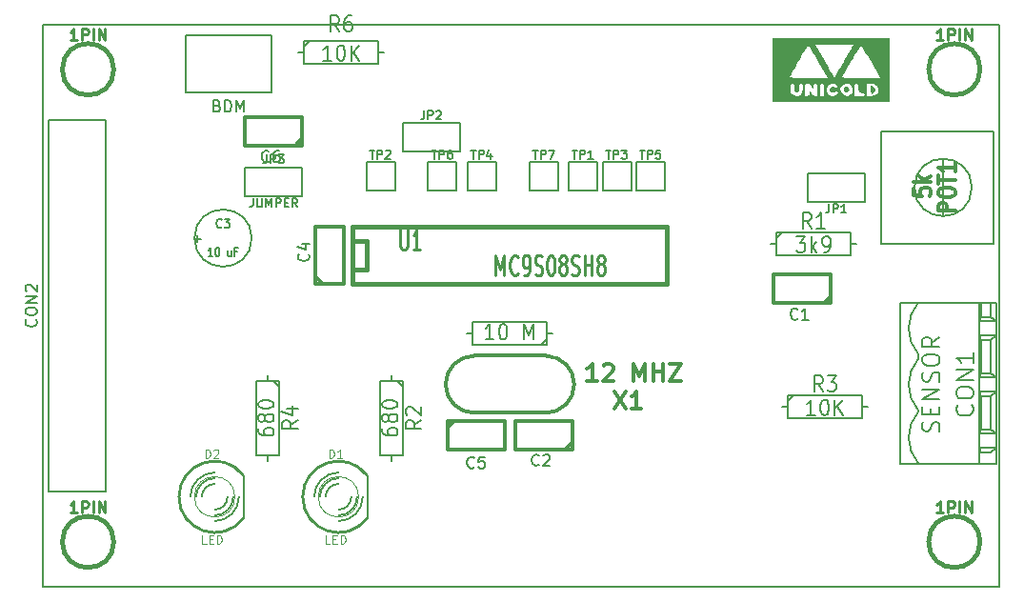
<source format=gto>
G04 (created by PCBNEW (2013-mar-13)-testing) date dom 25 ago 2013 18:51:32 ART*
%MOIN*%
G04 Gerber Fmt 3.4, Leading zero omitted, Abs format*
%FSLAX34Y34*%
G01*
G70*
G90*
G04 APERTURE LIST*
%ADD10C,0.003937*%
%ADD11C,0.005906*%
%ADD12C,0.000100*%
%ADD13C,0.015000*%
%ADD14C,0.012000*%
%ADD15C,0.005000*%
%ADD16C,0.008000*%
%ADD17C,0.003000*%
%ADD18C,0.010000*%
%ADD19C,0.006000*%
%ADD20C,0.012500*%
%ADD21C,0.003500*%
%ADD22C,0.011250*%
%ADD23C,0.007500*%
G04 APERTURE END LIST*
G54D10*
G54D11*
X31496Y-40944D02*
X31496Y-60629D01*
X64960Y-40944D02*
X31496Y-40944D01*
X64960Y-60629D02*
X64960Y-40944D01*
X31496Y-60629D02*
X64960Y-60629D01*
G54D12*
G36*
X61122Y-43652D02*
X60792Y-43652D01*
X60792Y-42819D01*
X60682Y-42626D01*
X60514Y-42333D01*
X60376Y-42097D01*
X60269Y-41916D01*
X60191Y-41789D01*
X60140Y-41712D01*
X60116Y-41686D01*
X60095Y-41713D01*
X60046Y-41787D01*
X59978Y-41897D01*
X59895Y-42033D01*
X59844Y-42118D01*
X59844Y-41664D01*
X59844Y-41663D01*
X59808Y-41660D01*
X59716Y-41657D01*
X59578Y-41657D01*
X59405Y-41657D01*
X59206Y-41659D01*
X59177Y-41659D01*
X58524Y-41669D01*
X58848Y-42226D01*
X58949Y-42399D01*
X59039Y-42550D01*
X59113Y-42670D01*
X59166Y-42751D01*
X59191Y-42784D01*
X59192Y-42785D01*
X59214Y-42757D01*
X59264Y-42681D01*
X59336Y-42565D01*
X59425Y-42417D01*
X59525Y-42246D01*
X59534Y-42231D01*
X59634Y-42058D01*
X59719Y-41906D01*
X59786Y-41784D01*
X59829Y-41700D01*
X59844Y-41664D01*
X59844Y-42118D01*
X59805Y-42184D01*
X59713Y-42339D01*
X59626Y-42488D01*
X59551Y-42619D01*
X59494Y-42722D01*
X59461Y-42786D01*
X59455Y-42801D01*
X59487Y-42806D01*
X59575Y-42811D01*
X59710Y-42815D01*
X59882Y-42817D01*
X60081Y-42818D01*
X60123Y-42819D01*
X60792Y-42819D01*
X60792Y-43652D01*
X60718Y-43652D01*
X60718Y-43206D01*
X60686Y-43105D01*
X60666Y-43079D01*
X60582Y-43031D01*
X60466Y-43019D01*
X60322Y-43019D01*
X60322Y-43235D01*
X60322Y-43452D01*
X60461Y-43452D01*
X60576Y-43437D01*
X60658Y-43398D01*
X60661Y-43397D01*
X60709Y-43313D01*
X60718Y-43206D01*
X60718Y-43652D01*
X60255Y-43652D01*
X60255Y-43404D01*
X60224Y-43365D01*
X60147Y-43346D01*
X60081Y-43335D01*
X60047Y-43307D01*
X60033Y-43242D01*
X60028Y-43177D01*
X60017Y-43079D01*
X59996Y-43031D01*
X59956Y-43019D01*
X59953Y-43019D01*
X59918Y-43026D01*
X59898Y-43057D01*
X59890Y-43128D01*
X59888Y-43235D01*
X59888Y-43452D01*
X60072Y-43452D01*
X60184Y-43447D01*
X60241Y-43430D01*
X60255Y-43404D01*
X60255Y-43652D01*
X59820Y-43652D01*
X59820Y-43209D01*
X59796Y-43109D01*
X59769Y-43071D01*
X59684Y-43026D01*
X59583Y-43026D01*
X59486Y-43063D01*
X59414Y-43130D01*
X59388Y-43214D01*
X59408Y-43283D01*
X59456Y-43362D01*
X59457Y-43364D01*
X59548Y-43435D01*
X59654Y-43449D01*
X59754Y-43403D01*
X59761Y-43397D01*
X59808Y-43315D01*
X59820Y-43209D01*
X59820Y-43652D01*
X59322Y-43652D01*
X59322Y-43313D01*
X59296Y-43289D01*
X59238Y-43289D01*
X59178Y-43312D01*
X59161Y-43325D01*
X59111Y-43342D01*
X59063Y-43311D01*
X59034Y-43251D01*
X59037Y-43189D01*
X59076Y-43139D01*
X59134Y-43118D01*
X59183Y-43133D01*
X59194Y-43151D01*
X59226Y-43165D01*
X59253Y-43153D01*
X59283Y-43120D01*
X59260Y-43075D01*
X59257Y-43071D01*
X59182Y-43027D01*
X59085Y-43025D01*
X58995Y-43064D01*
X58972Y-43084D01*
X58950Y-43124D01*
X58950Y-42819D01*
X58616Y-42244D01*
X58514Y-42068D01*
X58424Y-41913D01*
X58351Y-41788D01*
X58300Y-41702D01*
X58276Y-41663D01*
X58275Y-41662D01*
X58257Y-41686D01*
X58213Y-41758D01*
X58148Y-41866D01*
X58068Y-42000D01*
X57981Y-42150D01*
X57892Y-42303D01*
X57807Y-42451D01*
X57733Y-42581D01*
X57676Y-42684D01*
X57642Y-42748D01*
X57637Y-42760D01*
X57633Y-42780D01*
X57645Y-42795D01*
X57681Y-42805D01*
X57749Y-42812D01*
X57858Y-42816D01*
X58015Y-42818D01*
X58228Y-42818D01*
X58282Y-42819D01*
X58950Y-42819D01*
X58950Y-43124D01*
X58920Y-43180D01*
X58919Y-43276D01*
X58958Y-43362D01*
X59027Y-43424D01*
X59115Y-43452D01*
X59209Y-43432D01*
X59261Y-43397D01*
X59308Y-43344D01*
X59322Y-43313D01*
X59322Y-43652D01*
X59072Y-43652D01*
X58822Y-43652D01*
X58822Y-43235D01*
X58819Y-43118D01*
X58810Y-43053D01*
X58789Y-43024D01*
X58755Y-43019D01*
X58719Y-43025D01*
X58699Y-43055D01*
X58690Y-43123D01*
X58688Y-43235D01*
X58690Y-43352D01*
X58699Y-43418D01*
X58720Y-43446D01*
X58755Y-43452D01*
X58791Y-43445D01*
X58811Y-43415D01*
X58820Y-43347D01*
X58822Y-43235D01*
X58822Y-43652D01*
X58588Y-43652D01*
X58588Y-43235D01*
X58586Y-43118D01*
X58577Y-43053D01*
X58556Y-43024D01*
X58522Y-43019D01*
X58474Y-43033D01*
X58456Y-43088D01*
X58454Y-43127D01*
X58454Y-43235D01*
X58384Y-43127D01*
X58306Y-43041D01*
X58235Y-43019D01*
X58192Y-43023D01*
X58168Y-43045D01*
X58157Y-43102D01*
X58155Y-43206D01*
X58155Y-43235D01*
X58156Y-43352D01*
X58165Y-43417D01*
X58185Y-43445D01*
X58225Y-43452D01*
X58238Y-43452D01*
X58300Y-43439D01*
X58321Y-43389D01*
X58323Y-43360D01*
X58324Y-43269D01*
X58392Y-43360D01*
X58456Y-43423D01*
X58520Y-43452D01*
X58524Y-43452D01*
X58559Y-43444D01*
X58578Y-43412D01*
X58587Y-43340D01*
X58588Y-43235D01*
X58588Y-43652D01*
X58088Y-43652D01*
X58088Y-43210D01*
X58088Y-43180D01*
X58084Y-43082D01*
X58069Y-43034D01*
X58034Y-43019D01*
X58022Y-43019D01*
X57977Y-43031D01*
X57958Y-43079D01*
X57954Y-43144D01*
X57941Y-43267D01*
X57904Y-43335D01*
X57845Y-43342D01*
X57842Y-43341D01*
X57805Y-43301D01*
X57789Y-43212D01*
X57788Y-43170D01*
X57784Y-43075D01*
X57766Y-43031D01*
X57727Y-43019D01*
X57722Y-43019D01*
X57681Y-43027D01*
X57661Y-43065D01*
X57655Y-43148D01*
X57655Y-43183D01*
X57668Y-43315D01*
X57704Y-43396D01*
X57707Y-43399D01*
X57791Y-43442D01*
X57898Y-43448D01*
X57998Y-43418D01*
X58027Y-43397D01*
X58071Y-43326D01*
X58088Y-43210D01*
X58088Y-43652D01*
X57022Y-43652D01*
X57022Y-42535D01*
X57022Y-41419D01*
X59072Y-41419D01*
X61122Y-41419D01*
X61122Y-42535D01*
X61122Y-43652D01*
X61122Y-43652D01*
X61122Y-43652D01*
G37*
G36*
X59713Y-43240D02*
X59702Y-43275D01*
X59644Y-43336D01*
X59585Y-43331D01*
X59562Y-43312D01*
X59526Y-43243D01*
X59532Y-43172D01*
X59574Y-43130D01*
X59640Y-43132D01*
X59693Y-43177D01*
X59713Y-43240D01*
X59713Y-43240D01*
X59713Y-43240D01*
G37*
G36*
X60613Y-43261D02*
X60569Y-43333D01*
X60509Y-43379D01*
X60473Y-43367D01*
X60457Y-43296D01*
X60455Y-43235D01*
X60458Y-43137D01*
X60472Y-43095D01*
X60509Y-43096D01*
X60557Y-43120D01*
X60612Y-43180D01*
X60613Y-43261D01*
X60613Y-43261D01*
X60613Y-43261D01*
G37*
G54D13*
X64285Y-42519D02*
G75*
G03X64285Y-42519I-900J0D01*
G74*
G01*
G54D11*
X62992Y-47637D02*
X62992Y-45669D01*
X63995Y-46653D02*
G75*
G03X63995Y-46653I-1003J0D01*
G74*
G01*
X62795Y-44685D02*
X60826Y-44685D01*
X60826Y-44685D02*
X60826Y-48622D01*
X60826Y-48622D02*
X64763Y-48622D01*
X64763Y-48622D02*
X64763Y-44685D01*
X64763Y-44685D02*
X62795Y-44685D01*
G54D14*
X59050Y-50696D02*
X57070Y-50696D01*
X57070Y-50696D02*
X57070Y-49696D01*
X57070Y-49696D02*
X59070Y-49696D01*
X59070Y-49696D02*
X59070Y-50696D01*
X59070Y-50446D02*
X58820Y-50696D01*
X49995Y-55814D02*
X48015Y-55814D01*
X48015Y-55814D02*
X48015Y-54814D01*
X48015Y-54814D02*
X50015Y-54814D01*
X50015Y-54814D02*
X50015Y-55814D01*
X50015Y-55564D02*
X49765Y-55814D01*
X41035Y-49995D02*
X41035Y-48015D01*
X41035Y-48015D02*
X42035Y-48015D01*
X42035Y-48015D02*
X42035Y-50015D01*
X42035Y-50015D02*
X41035Y-50015D01*
X41285Y-50015D02*
X41035Y-49765D01*
X40546Y-45185D02*
X38566Y-45185D01*
X38566Y-45185D02*
X38566Y-44185D01*
X38566Y-44185D02*
X40566Y-44185D01*
X40566Y-44185D02*
X40566Y-45185D01*
X40566Y-44935D02*
X40316Y-45185D01*
G54D15*
X62125Y-54448D02*
X62125Y-54488D01*
X64842Y-56338D02*
X61496Y-56338D01*
X62124Y-54498D02*
G75*
G03X62124Y-56308I1042J-905D01*
G74*
G01*
X64328Y-55128D02*
X64249Y-55266D01*
X64328Y-55914D02*
X64249Y-55776D01*
X64328Y-55128D02*
X64328Y-54616D01*
X64840Y-55266D02*
X64249Y-55266D01*
X64840Y-55776D02*
X64249Y-55776D01*
X64249Y-55776D02*
X64249Y-55914D01*
X64249Y-55266D02*
X64249Y-56338D01*
X64249Y-55128D02*
X64249Y-55266D01*
X64643Y-55128D02*
X64643Y-54616D01*
X64840Y-55266D02*
X64840Y-56338D01*
X64840Y-54616D02*
X64840Y-55266D01*
X64643Y-55914D02*
X64328Y-55914D01*
X64840Y-55776D02*
X64643Y-55914D01*
X64643Y-55128D02*
X64840Y-55266D01*
X64328Y-55128D02*
X64643Y-55128D01*
X64249Y-55128D02*
X64249Y-54616D01*
X64840Y-50679D02*
X61494Y-50679D01*
X62124Y-52490D02*
X62124Y-52647D01*
X62124Y-52648D02*
G75*
G03X62124Y-54458I1042J-905D01*
G74*
G01*
X64328Y-53160D02*
X64249Y-53298D01*
X64328Y-53946D02*
X64249Y-53808D01*
X64328Y-53946D02*
X64328Y-54616D01*
X64328Y-53160D02*
X64328Y-52018D01*
X64840Y-53298D02*
X64249Y-53298D01*
X64840Y-53808D02*
X64249Y-53808D01*
X64249Y-53808D02*
X64249Y-53946D01*
X64249Y-53298D02*
X64249Y-53808D01*
X64249Y-53160D02*
X64249Y-53298D01*
X61494Y-56338D02*
X61494Y-50679D01*
X64643Y-53946D02*
X64643Y-54616D01*
X64643Y-53160D02*
X64643Y-52018D01*
X64840Y-53808D02*
X64840Y-54616D01*
X64840Y-53298D02*
X64840Y-53808D01*
X64840Y-52018D02*
X64840Y-53298D01*
X64643Y-53946D02*
X64328Y-53946D01*
X64840Y-53808D02*
X64643Y-53946D01*
X64643Y-53160D02*
X64840Y-53298D01*
X64328Y-53160D02*
X64643Y-53160D01*
X64249Y-53160D02*
X64249Y-52018D01*
X64249Y-53946D02*
X64249Y-54616D01*
X64249Y-51977D02*
X64249Y-53119D01*
X64249Y-51191D02*
X64249Y-50679D01*
X64328Y-51191D02*
X64643Y-51191D01*
X64643Y-51191D02*
X64840Y-51329D01*
X64840Y-51839D02*
X64643Y-51977D01*
X64643Y-51977D02*
X64328Y-51977D01*
X64840Y-50679D02*
X64840Y-51329D01*
X64840Y-51329D02*
X64840Y-51839D01*
X64840Y-51839D02*
X64840Y-53119D01*
X64643Y-51191D02*
X64643Y-50679D01*
X64643Y-51977D02*
X64643Y-53119D01*
X64249Y-51191D02*
X64249Y-51329D01*
X64249Y-51329D02*
X64249Y-51839D01*
X64249Y-51839D02*
X64249Y-51977D01*
X64840Y-51839D02*
X64249Y-51839D01*
X64840Y-51329D02*
X64249Y-51329D01*
X64328Y-51191D02*
X64328Y-50679D01*
X64328Y-51977D02*
X64328Y-53119D01*
X64328Y-51977D02*
X64249Y-51839D01*
X64328Y-51191D02*
X64249Y-51329D01*
X62124Y-50679D02*
G75*
G03X62124Y-52489I1042J-905D01*
G74*
G01*
G54D16*
X39492Y-43322D02*
X36492Y-43322D01*
X36492Y-41322D02*
X39492Y-41322D01*
X39492Y-41322D02*
X39492Y-43322D01*
X36492Y-43322D02*
X36492Y-41322D01*
X42852Y-58230D02*
X42852Y-56730D01*
G54D17*
X42539Y-57480D02*
G75*
G03X42539Y-57480I-707J0D01*
G74*
G01*
G54D18*
X42831Y-56729D02*
G75*
G03X42832Y-58230I-999J-751D01*
G74*
G01*
G54D19*
X41832Y-57030D02*
G75*
G03X41382Y-57480I0J-450D01*
G74*
G01*
X41832Y-57930D02*
G75*
G03X42282Y-57480I0J450D01*
G74*
G01*
X41832Y-56830D02*
G75*
G03X41182Y-57480I0J-650D01*
G74*
G01*
X41832Y-58130D02*
G75*
G03X42482Y-57480I0J650D01*
G74*
G01*
X41832Y-56630D02*
G75*
G03X40982Y-57480I0J-850D01*
G74*
G01*
X41832Y-58330D02*
G75*
G03X42682Y-57480I0J850D01*
G74*
G01*
G54D16*
X38521Y-58230D02*
X38521Y-56730D01*
G54D17*
X38208Y-57480D02*
G75*
G03X38208Y-57480I-707J0D01*
G74*
G01*
G54D18*
X38500Y-56729D02*
G75*
G03X38501Y-58230I-999J-751D01*
G74*
G01*
G54D19*
X37501Y-57030D02*
G75*
G03X37051Y-57480I0J-450D01*
G74*
G01*
X37501Y-57930D02*
G75*
G03X37951Y-57480I0J450D01*
G74*
G01*
X37501Y-56830D02*
G75*
G03X36851Y-57480I0J-650D01*
G74*
G01*
X37501Y-58130D02*
G75*
G03X38151Y-57480I0J650D01*
G74*
G01*
X37501Y-56630D02*
G75*
G03X36651Y-57480I0J-850D01*
G74*
G01*
X37501Y-58330D02*
G75*
G03X38351Y-57480I0J850D01*
G74*
G01*
X60251Y-46153D02*
X60251Y-47153D01*
X60251Y-47153D02*
X58251Y-47153D01*
X58251Y-47153D02*
X58251Y-46153D01*
X58251Y-46153D02*
X60251Y-46153D01*
X44078Y-45381D02*
X44078Y-44381D01*
X44078Y-44381D02*
X46078Y-44381D01*
X46078Y-44381D02*
X46078Y-45381D01*
X46078Y-45381D02*
X44078Y-45381D01*
X40566Y-45956D02*
X40566Y-46956D01*
X40566Y-46956D02*
X38566Y-46956D01*
X38566Y-46956D02*
X38566Y-45956D01*
X38566Y-45956D02*
X40566Y-45956D01*
G54D16*
X56964Y-48622D02*
X57164Y-48622D01*
X59964Y-48622D02*
X59764Y-48622D01*
X59764Y-48622D02*
X59764Y-48222D01*
X59764Y-48222D02*
X57164Y-48222D01*
X57164Y-48222D02*
X57164Y-49022D01*
X57164Y-49022D02*
X59764Y-49022D01*
X59764Y-49022D02*
X59764Y-48622D01*
X57164Y-48422D02*
X57364Y-48222D01*
X43700Y-53224D02*
X43700Y-53424D01*
X43700Y-56224D02*
X43700Y-56024D01*
X43700Y-56024D02*
X44100Y-56024D01*
X44100Y-56024D02*
X44100Y-53424D01*
X44100Y-53424D02*
X43300Y-53424D01*
X43300Y-53424D02*
X43300Y-56024D01*
X43300Y-56024D02*
X43700Y-56024D01*
X43900Y-53424D02*
X44100Y-53624D01*
X57358Y-54330D02*
X57558Y-54330D01*
X60358Y-54330D02*
X60158Y-54330D01*
X60158Y-54330D02*
X60158Y-53930D01*
X60158Y-53930D02*
X57558Y-53930D01*
X57558Y-53930D02*
X57558Y-54730D01*
X57558Y-54730D02*
X60158Y-54730D01*
X60158Y-54730D02*
X60158Y-54330D01*
X57558Y-54130D02*
X57758Y-53930D01*
X39370Y-53224D02*
X39370Y-53424D01*
X39370Y-56224D02*
X39370Y-56024D01*
X39370Y-56024D02*
X39770Y-56024D01*
X39770Y-56024D02*
X39770Y-53424D01*
X39770Y-53424D02*
X38970Y-53424D01*
X38970Y-53424D02*
X38970Y-56024D01*
X38970Y-56024D02*
X39370Y-56024D01*
X39570Y-53424D02*
X39770Y-53624D01*
X49334Y-51771D02*
X49134Y-51771D01*
X46334Y-51771D02*
X46534Y-51771D01*
X46534Y-51771D02*
X46534Y-52171D01*
X46534Y-52171D02*
X49134Y-52171D01*
X49134Y-52171D02*
X49134Y-51371D01*
X49134Y-51371D02*
X46534Y-51371D01*
X46534Y-51371D02*
X46534Y-51771D01*
X49134Y-51971D02*
X48934Y-52171D01*
X40429Y-41929D02*
X40629Y-41929D01*
X43429Y-41929D02*
X43229Y-41929D01*
X43229Y-41929D02*
X43229Y-41529D01*
X43229Y-41529D02*
X40629Y-41529D01*
X40629Y-41529D02*
X40629Y-42329D01*
X40629Y-42329D02*
X43229Y-42329D01*
X43229Y-42329D02*
X43229Y-41929D01*
X40629Y-41729D02*
X40829Y-41529D01*
G54D19*
X50893Y-46759D02*
X49893Y-46759D01*
X49893Y-45759D02*
X50893Y-45759D01*
X49893Y-46759D02*
X49893Y-45759D01*
X50893Y-45759D02*
X50893Y-46759D01*
X43807Y-46759D02*
X42807Y-46759D01*
X42807Y-45759D02*
X43807Y-45759D01*
X42807Y-46759D02*
X42807Y-45759D01*
X43807Y-45759D02*
X43807Y-46759D01*
X52074Y-46759D02*
X51074Y-46759D01*
X51074Y-45759D02*
X52074Y-45759D01*
X51074Y-46759D02*
X51074Y-45759D01*
X52074Y-45759D02*
X52074Y-46759D01*
X47350Y-46759D02*
X46350Y-46759D01*
X46350Y-45759D02*
X47350Y-45759D01*
X46350Y-46759D02*
X46350Y-45759D01*
X47350Y-45759D02*
X47350Y-46759D01*
X53255Y-46759D02*
X52255Y-46759D01*
X52255Y-45759D02*
X53255Y-45759D01*
X52255Y-46759D02*
X52255Y-45759D01*
X53255Y-45759D02*
X53255Y-46759D01*
X45972Y-46759D02*
X44972Y-46759D01*
X44972Y-45759D02*
X45972Y-45759D01*
X44972Y-46759D02*
X44972Y-45759D01*
X45972Y-45759D02*
X45972Y-46759D01*
X49515Y-46759D02*
X48515Y-46759D01*
X48515Y-45759D02*
X49515Y-45759D01*
X48515Y-46759D02*
X48515Y-45759D01*
X49515Y-45759D02*
X49515Y-46759D01*
G54D13*
X42334Y-48515D02*
X42834Y-48515D01*
X42834Y-48515D02*
X42834Y-49515D01*
X42834Y-49515D02*
X42334Y-49515D01*
X42334Y-48015D02*
X53334Y-48015D01*
X53334Y-48015D02*
X53334Y-50015D01*
X53334Y-50015D02*
X42334Y-50015D01*
X42334Y-50015D02*
X42334Y-48015D01*
G54D20*
X49084Y-52543D02*
X46584Y-52543D01*
X49084Y-54543D02*
X46584Y-54543D01*
X45584Y-53543D02*
G75*
G03X46584Y-54543I1000J0D01*
G74*
G01*
X46584Y-52543D02*
G75*
G03X45584Y-53543I0J-1000D01*
G74*
G01*
X49084Y-54543D02*
G75*
G03X50084Y-53543I0J1000D01*
G74*
G01*
X50084Y-53543D02*
G75*
G03X49084Y-52543I-1000J0D01*
G74*
G01*
G54D14*
X45673Y-54814D02*
X47653Y-54814D01*
X47653Y-54814D02*
X47653Y-55814D01*
X47653Y-55814D02*
X45653Y-55814D01*
X45653Y-55814D02*
X45653Y-54814D01*
X45653Y-55064D02*
X45903Y-54814D01*
G54D15*
X38796Y-48425D02*
G75*
G03X38796Y-48425I-1001J0D01*
G74*
G01*
G54D16*
X31677Y-44287D02*
X31677Y-57287D01*
X33677Y-57287D02*
X33677Y-44287D01*
X33677Y-44287D02*
X31677Y-44287D01*
X31677Y-57287D02*
X33677Y-57287D01*
G54D13*
X33970Y-59055D02*
G75*
G03X33970Y-59055I-900J0D01*
G74*
G01*
X33970Y-42519D02*
G75*
G03X33970Y-42519I-900J0D01*
G74*
G01*
X64285Y-59055D02*
G75*
G03X64285Y-59055I-900J0D01*
G74*
G01*
G54D18*
X62995Y-41500D02*
X62766Y-41500D01*
X62881Y-41500D02*
X62881Y-41100D01*
X62842Y-41157D01*
X62804Y-41195D01*
X62766Y-41214D01*
X63166Y-41500D02*
X63166Y-41100D01*
X63319Y-41100D01*
X63357Y-41119D01*
X63376Y-41138D01*
X63395Y-41176D01*
X63395Y-41233D01*
X63376Y-41272D01*
X63357Y-41291D01*
X63319Y-41310D01*
X63166Y-41310D01*
X63566Y-41500D02*
X63566Y-41100D01*
X63757Y-41500D02*
X63757Y-41100D01*
X63985Y-41500D01*
X63985Y-41100D01*
G54D14*
X63416Y-47474D02*
X62816Y-47474D01*
X62816Y-47284D01*
X62845Y-47236D01*
X62873Y-47213D01*
X62930Y-47189D01*
X63016Y-47189D01*
X63073Y-47213D01*
X63102Y-47236D01*
X63130Y-47284D01*
X63130Y-47474D01*
X62816Y-46879D02*
X62816Y-46784D01*
X62845Y-46736D01*
X62902Y-46689D01*
X63016Y-46665D01*
X63216Y-46665D01*
X63330Y-46689D01*
X63388Y-46736D01*
X63416Y-46784D01*
X63416Y-46879D01*
X63388Y-46927D01*
X63330Y-46974D01*
X63216Y-46998D01*
X63016Y-46998D01*
X62902Y-46974D01*
X62845Y-46927D01*
X62816Y-46879D01*
X62816Y-46522D02*
X62816Y-46236D01*
X63416Y-46379D02*
X62816Y-46379D01*
X63416Y-45808D02*
X63416Y-46094D01*
X63416Y-45951D02*
X62816Y-45951D01*
X62902Y-45998D01*
X62959Y-46046D01*
X62988Y-46094D01*
X61966Y-46686D02*
X61966Y-46924D01*
X62252Y-46948D01*
X62223Y-46924D01*
X62195Y-46877D01*
X62195Y-46758D01*
X62223Y-46710D01*
X62252Y-46686D01*
X62309Y-46663D01*
X62452Y-46663D01*
X62509Y-46686D01*
X62538Y-46710D01*
X62566Y-46758D01*
X62566Y-46877D01*
X62538Y-46924D01*
X62509Y-46948D01*
X62566Y-46448D02*
X61966Y-46448D01*
X62338Y-46401D02*
X62566Y-46258D01*
X62166Y-46258D02*
X62395Y-46448D01*
G54D16*
X57904Y-51239D02*
X57885Y-51258D01*
X57828Y-51277D01*
X57789Y-51277D01*
X57732Y-51258D01*
X57694Y-51220D01*
X57675Y-51182D01*
X57656Y-51106D01*
X57656Y-51049D01*
X57675Y-50973D01*
X57694Y-50934D01*
X57732Y-50896D01*
X57789Y-50877D01*
X57828Y-50877D01*
X57885Y-50896D01*
X57904Y-50915D01*
X58285Y-51277D02*
X58056Y-51277D01*
X58170Y-51277D02*
X58170Y-50877D01*
X58132Y-50934D01*
X58094Y-50973D01*
X58056Y-50992D01*
X48849Y-56357D02*
X48830Y-56376D01*
X48772Y-56395D01*
X48734Y-56395D01*
X48677Y-56376D01*
X48639Y-56338D01*
X48620Y-56300D01*
X48601Y-56224D01*
X48601Y-56167D01*
X48620Y-56091D01*
X48639Y-56053D01*
X48677Y-56014D01*
X48734Y-55995D01*
X48772Y-55995D01*
X48830Y-56014D01*
X48849Y-56034D01*
X49001Y-56034D02*
X49020Y-56014D01*
X49058Y-55995D01*
X49153Y-55995D01*
X49191Y-56014D01*
X49210Y-56034D01*
X49230Y-56072D01*
X49230Y-56110D01*
X49210Y-56167D01*
X48982Y-56395D01*
X49230Y-56395D01*
X40778Y-48982D02*
X40797Y-49001D01*
X40816Y-49058D01*
X40816Y-49096D01*
X40797Y-49153D01*
X40759Y-49191D01*
X40721Y-49210D01*
X40644Y-49230D01*
X40587Y-49230D01*
X40511Y-49210D01*
X40473Y-49191D01*
X40435Y-49153D01*
X40416Y-49096D01*
X40416Y-49058D01*
X40435Y-49001D01*
X40454Y-48982D01*
X40549Y-48639D02*
X40816Y-48639D01*
X40397Y-48734D02*
X40683Y-48830D01*
X40683Y-48582D01*
X39400Y-45727D02*
X39381Y-45746D01*
X39324Y-45765D01*
X39285Y-45765D01*
X39228Y-45746D01*
X39190Y-45708D01*
X39171Y-45670D01*
X39152Y-45594D01*
X39152Y-45537D01*
X39171Y-45461D01*
X39190Y-45423D01*
X39228Y-45385D01*
X39285Y-45365D01*
X39324Y-45365D01*
X39381Y-45385D01*
X39400Y-45404D01*
X39743Y-45365D02*
X39666Y-45365D01*
X39628Y-45385D01*
X39609Y-45404D01*
X39571Y-45461D01*
X39552Y-45537D01*
X39552Y-45689D01*
X39571Y-45727D01*
X39590Y-45746D01*
X39628Y-45765D01*
X39705Y-45765D01*
X39743Y-45746D01*
X39762Y-45727D01*
X39781Y-45689D01*
X39781Y-45594D01*
X39762Y-45556D01*
X39743Y-45537D01*
X39705Y-45518D01*
X39628Y-45518D01*
X39590Y-45537D01*
X39571Y-45556D01*
X39552Y-45594D01*
G54D11*
X63993Y-54271D02*
X64022Y-54300D01*
X64050Y-54386D01*
X64050Y-54443D01*
X64022Y-54529D01*
X63965Y-54586D01*
X63908Y-54614D01*
X63793Y-54643D01*
X63708Y-54643D01*
X63593Y-54614D01*
X63536Y-54586D01*
X63479Y-54529D01*
X63450Y-54443D01*
X63450Y-54386D01*
X63479Y-54300D01*
X63508Y-54271D01*
X63450Y-53900D02*
X63450Y-53786D01*
X63479Y-53729D01*
X63536Y-53671D01*
X63650Y-53643D01*
X63850Y-53643D01*
X63965Y-53671D01*
X64022Y-53729D01*
X64050Y-53786D01*
X64050Y-53900D01*
X64022Y-53957D01*
X63965Y-54014D01*
X63850Y-54043D01*
X63650Y-54043D01*
X63536Y-54014D01*
X63479Y-53957D01*
X63450Y-53900D01*
X64050Y-53386D02*
X63450Y-53386D01*
X64050Y-53043D01*
X63450Y-53043D01*
X64050Y-52443D02*
X64050Y-52786D01*
X64050Y-52614D02*
X63450Y-52614D01*
X63536Y-52671D01*
X63593Y-52729D01*
X63622Y-52786D01*
X62841Y-55200D02*
X62869Y-55114D01*
X62869Y-54971D01*
X62841Y-54914D01*
X62812Y-54886D01*
X62755Y-54857D01*
X62698Y-54857D01*
X62641Y-54886D01*
X62612Y-54914D01*
X62584Y-54971D01*
X62555Y-55086D01*
X62526Y-55143D01*
X62498Y-55171D01*
X62441Y-55200D01*
X62384Y-55200D01*
X62326Y-55171D01*
X62298Y-55143D01*
X62269Y-55086D01*
X62269Y-54943D01*
X62298Y-54857D01*
X62555Y-54600D02*
X62555Y-54400D01*
X62869Y-54314D02*
X62869Y-54600D01*
X62269Y-54600D01*
X62269Y-54314D01*
X62869Y-54057D02*
X62269Y-54057D01*
X62869Y-53714D01*
X62269Y-53714D01*
X62841Y-53457D02*
X62869Y-53371D01*
X62869Y-53229D01*
X62841Y-53171D01*
X62812Y-53143D01*
X62755Y-53114D01*
X62698Y-53114D01*
X62641Y-53143D01*
X62612Y-53171D01*
X62584Y-53229D01*
X62555Y-53343D01*
X62526Y-53400D01*
X62498Y-53429D01*
X62441Y-53457D01*
X62384Y-53457D01*
X62326Y-53429D01*
X62298Y-53400D01*
X62269Y-53343D01*
X62269Y-53200D01*
X62298Y-53114D01*
X62269Y-52743D02*
X62269Y-52629D01*
X62298Y-52571D01*
X62355Y-52514D01*
X62469Y-52486D01*
X62669Y-52486D01*
X62784Y-52514D01*
X62841Y-52571D01*
X62869Y-52629D01*
X62869Y-52743D01*
X62841Y-52800D01*
X62784Y-52857D01*
X62669Y-52886D01*
X62469Y-52886D01*
X62355Y-52857D01*
X62298Y-52800D01*
X62269Y-52743D01*
X62869Y-51886D02*
X62584Y-52086D01*
X62869Y-52229D02*
X62269Y-52229D01*
X62269Y-52000D01*
X62298Y-51943D01*
X62326Y-51914D01*
X62384Y-51886D01*
X62469Y-51886D01*
X62526Y-51914D01*
X62555Y-51943D01*
X62584Y-52000D01*
X62584Y-52229D01*
G54D16*
X37592Y-43794D02*
X37649Y-43813D01*
X37668Y-43832D01*
X37687Y-43870D01*
X37687Y-43927D01*
X37668Y-43965D01*
X37649Y-43984D01*
X37611Y-44003D01*
X37458Y-44003D01*
X37458Y-43603D01*
X37592Y-43603D01*
X37630Y-43622D01*
X37649Y-43641D01*
X37668Y-43679D01*
X37668Y-43718D01*
X37649Y-43756D01*
X37630Y-43775D01*
X37592Y-43794D01*
X37458Y-43794D01*
X37858Y-44003D02*
X37858Y-43603D01*
X37954Y-43603D01*
X38011Y-43622D01*
X38049Y-43660D01*
X38068Y-43699D01*
X38087Y-43775D01*
X38087Y-43832D01*
X38068Y-43908D01*
X38049Y-43946D01*
X38011Y-43984D01*
X37954Y-44003D01*
X37858Y-44003D01*
X38258Y-44003D02*
X38258Y-43603D01*
X38392Y-43889D01*
X38525Y-43603D01*
X38525Y-44003D01*
G54D21*
X41510Y-56116D02*
X41510Y-55816D01*
X41582Y-55816D01*
X41625Y-55830D01*
X41653Y-55858D01*
X41667Y-55887D01*
X41682Y-55944D01*
X41682Y-55987D01*
X41667Y-56044D01*
X41653Y-56073D01*
X41625Y-56101D01*
X41582Y-56116D01*
X41510Y-56116D01*
X41967Y-56116D02*
X41796Y-56116D01*
X41882Y-56116D02*
X41882Y-55816D01*
X41853Y-55858D01*
X41825Y-55887D01*
X41796Y-55901D01*
X41539Y-59116D02*
X41396Y-59116D01*
X41396Y-58816D01*
X41639Y-58958D02*
X41739Y-58958D01*
X41782Y-59116D02*
X41639Y-59116D01*
X41639Y-58816D01*
X41782Y-58816D01*
X41910Y-59116D02*
X41910Y-58816D01*
X41982Y-58816D01*
X42025Y-58830D01*
X42053Y-58858D01*
X42067Y-58887D01*
X42082Y-58944D01*
X42082Y-58987D01*
X42067Y-59044D01*
X42053Y-59073D01*
X42025Y-59101D01*
X41982Y-59116D01*
X41910Y-59116D01*
X37180Y-56116D02*
X37180Y-55816D01*
X37251Y-55816D01*
X37294Y-55830D01*
X37323Y-55858D01*
X37337Y-55887D01*
X37351Y-55944D01*
X37351Y-55987D01*
X37337Y-56044D01*
X37323Y-56073D01*
X37294Y-56101D01*
X37251Y-56116D01*
X37180Y-56116D01*
X37465Y-55844D02*
X37480Y-55830D01*
X37508Y-55816D01*
X37580Y-55816D01*
X37608Y-55830D01*
X37623Y-55844D01*
X37637Y-55873D01*
X37637Y-55901D01*
X37623Y-55944D01*
X37451Y-56116D01*
X37637Y-56116D01*
X37208Y-59116D02*
X37065Y-59116D01*
X37065Y-58816D01*
X37308Y-58958D02*
X37408Y-58958D01*
X37451Y-59116D02*
X37308Y-59116D01*
X37308Y-58816D01*
X37451Y-58816D01*
X37580Y-59116D02*
X37580Y-58816D01*
X37651Y-58816D01*
X37694Y-58830D01*
X37723Y-58858D01*
X37737Y-58887D01*
X37751Y-58944D01*
X37751Y-58987D01*
X37737Y-59044D01*
X37723Y-59073D01*
X37694Y-59101D01*
X37651Y-59116D01*
X37580Y-59116D01*
G54D19*
X59001Y-47239D02*
X59001Y-47453D01*
X58987Y-47496D01*
X58959Y-47524D01*
X58916Y-47539D01*
X58887Y-47539D01*
X59144Y-47539D02*
X59144Y-47239D01*
X59259Y-47239D01*
X59287Y-47253D01*
X59301Y-47267D01*
X59316Y-47296D01*
X59316Y-47339D01*
X59301Y-47367D01*
X59287Y-47382D01*
X59259Y-47396D01*
X59144Y-47396D01*
X59601Y-47539D02*
X59430Y-47539D01*
X59516Y-47539D02*
X59516Y-47239D01*
X59487Y-47282D01*
X59459Y-47310D01*
X59430Y-47324D01*
X44828Y-43967D02*
X44828Y-44181D01*
X44814Y-44224D01*
X44785Y-44253D01*
X44743Y-44267D01*
X44714Y-44267D01*
X44971Y-44267D02*
X44971Y-43967D01*
X45085Y-43967D01*
X45114Y-43981D01*
X45128Y-43996D01*
X45143Y-44024D01*
X45143Y-44067D01*
X45128Y-44096D01*
X45114Y-44110D01*
X45085Y-44124D01*
X44971Y-44124D01*
X45257Y-43996D02*
X45271Y-43981D01*
X45300Y-43967D01*
X45371Y-43967D01*
X45400Y-43981D01*
X45414Y-43996D01*
X45428Y-44024D01*
X45428Y-44053D01*
X45414Y-44096D01*
X45243Y-44267D01*
X45428Y-44267D01*
X39316Y-45505D02*
X39316Y-45719D01*
X39302Y-45762D01*
X39274Y-45790D01*
X39231Y-45805D01*
X39202Y-45805D01*
X39459Y-45805D02*
X39459Y-45505D01*
X39574Y-45505D01*
X39602Y-45519D01*
X39616Y-45533D01*
X39631Y-45562D01*
X39631Y-45605D01*
X39616Y-45633D01*
X39602Y-45647D01*
X39574Y-45662D01*
X39459Y-45662D01*
X39731Y-45505D02*
X39916Y-45505D01*
X39816Y-45619D01*
X39859Y-45619D01*
X39888Y-45633D01*
X39902Y-45647D01*
X39916Y-45676D01*
X39916Y-45747D01*
X39902Y-45776D01*
X39888Y-45790D01*
X39859Y-45805D01*
X39774Y-45805D01*
X39745Y-45790D01*
X39731Y-45776D01*
X38845Y-47042D02*
X38845Y-47256D01*
X38831Y-47299D01*
X38802Y-47328D01*
X38759Y-47342D01*
X38731Y-47342D01*
X38988Y-47042D02*
X38988Y-47285D01*
X39002Y-47313D01*
X39016Y-47328D01*
X39045Y-47342D01*
X39102Y-47342D01*
X39131Y-47328D01*
X39145Y-47313D01*
X39159Y-47285D01*
X39159Y-47042D01*
X39302Y-47342D02*
X39302Y-47042D01*
X39402Y-47256D01*
X39502Y-47042D01*
X39502Y-47342D01*
X39645Y-47342D02*
X39645Y-47042D01*
X39759Y-47042D01*
X39788Y-47056D01*
X39802Y-47070D01*
X39816Y-47099D01*
X39816Y-47142D01*
X39802Y-47170D01*
X39788Y-47185D01*
X39759Y-47199D01*
X39645Y-47199D01*
X39945Y-47185D02*
X40045Y-47185D01*
X40088Y-47342D02*
X39945Y-47342D01*
X39945Y-47042D01*
X40088Y-47042D01*
X40388Y-47342D02*
X40288Y-47199D01*
X40216Y-47342D02*
X40216Y-47042D01*
X40331Y-47042D01*
X40359Y-47056D01*
X40374Y-47070D01*
X40388Y-47099D01*
X40388Y-47142D01*
X40374Y-47170D01*
X40359Y-47185D01*
X40331Y-47199D01*
X40216Y-47199D01*
G54D16*
X58381Y-48083D02*
X58214Y-47821D01*
X58095Y-48083D02*
X58095Y-47533D01*
X58285Y-47533D01*
X58333Y-47559D01*
X58357Y-47585D01*
X58381Y-47638D01*
X58381Y-47716D01*
X58357Y-47769D01*
X58333Y-47795D01*
X58285Y-47821D01*
X58095Y-47821D01*
X58857Y-48083D02*
X58571Y-48083D01*
X58714Y-48083D02*
X58714Y-47533D01*
X58666Y-47612D01*
X58619Y-47664D01*
X58571Y-47690D01*
X57857Y-48370D02*
X58166Y-48370D01*
X58000Y-48580D01*
X58071Y-48580D01*
X58119Y-48606D01*
X58143Y-48632D01*
X58166Y-48685D01*
X58166Y-48816D01*
X58143Y-48868D01*
X58119Y-48894D01*
X58071Y-48920D01*
X57928Y-48920D01*
X57881Y-48894D01*
X57857Y-48868D01*
X58381Y-48920D02*
X58381Y-48370D01*
X58428Y-48711D02*
X58571Y-48920D01*
X58571Y-48554D02*
X58381Y-48763D01*
X58809Y-48920D02*
X58905Y-48920D01*
X58952Y-48894D01*
X58976Y-48868D01*
X59024Y-48789D01*
X59047Y-48685D01*
X59047Y-48475D01*
X59024Y-48423D01*
X59000Y-48397D01*
X58952Y-48370D01*
X58857Y-48370D01*
X58809Y-48397D01*
X58785Y-48423D01*
X58762Y-48475D01*
X58762Y-48606D01*
X58785Y-48658D01*
X58809Y-48685D01*
X58857Y-48711D01*
X58952Y-48711D01*
X59000Y-48685D01*
X59024Y-48658D01*
X59047Y-48606D01*
X44736Y-54807D02*
X44475Y-54974D01*
X44736Y-55093D02*
X44186Y-55093D01*
X44186Y-54902D01*
X44213Y-54855D01*
X44239Y-54831D01*
X44291Y-54807D01*
X44370Y-54807D01*
X44422Y-54831D01*
X44448Y-54855D01*
X44475Y-54902D01*
X44475Y-55093D01*
X44239Y-54617D02*
X44213Y-54593D01*
X44186Y-54545D01*
X44186Y-54426D01*
X44213Y-54379D01*
X44239Y-54355D01*
X44291Y-54331D01*
X44344Y-54331D01*
X44422Y-54355D01*
X44736Y-54641D01*
X44736Y-54331D01*
X43349Y-55105D02*
X43349Y-55200D01*
X43375Y-55248D01*
X43401Y-55272D01*
X43480Y-55319D01*
X43585Y-55343D01*
X43794Y-55343D01*
X43847Y-55319D01*
X43873Y-55295D01*
X43899Y-55248D01*
X43899Y-55152D01*
X43873Y-55105D01*
X43847Y-55081D01*
X43794Y-55057D01*
X43663Y-55057D01*
X43611Y-55081D01*
X43585Y-55105D01*
X43559Y-55152D01*
X43559Y-55248D01*
X43585Y-55295D01*
X43611Y-55319D01*
X43663Y-55343D01*
X43585Y-54772D02*
X43559Y-54819D01*
X43532Y-54843D01*
X43480Y-54867D01*
X43454Y-54867D01*
X43401Y-54843D01*
X43375Y-54819D01*
X43349Y-54772D01*
X43349Y-54676D01*
X43375Y-54629D01*
X43401Y-54605D01*
X43454Y-54581D01*
X43480Y-54581D01*
X43532Y-54605D01*
X43559Y-54629D01*
X43585Y-54676D01*
X43585Y-54772D01*
X43611Y-54819D01*
X43637Y-54843D01*
X43690Y-54867D01*
X43794Y-54867D01*
X43847Y-54843D01*
X43873Y-54819D01*
X43899Y-54772D01*
X43899Y-54676D01*
X43873Y-54629D01*
X43847Y-54605D01*
X43794Y-54581D01*
X43690Y-54581D01*
X43637Y-54605D01*
X43611Y-54629D01*
X43585Y-54676D01*
X43349Y-54272D02*
X43349Y-54224D01*
X43375Y-54176D01*
X43401Y-54152D01*
X43454Y-54129D01*
X43559Y-54105D01*
X43690Y-54105D01*
X43794Y-54129D01*
X43847Y-54152D01*
X43873Y-54176D01*
X43899Y-54224D01*
X43899Y-54272D01*
X43873Y-54319D01*
X43847Y-54343D01*
X43794Y-54367D01*
X43690Y-54391D01*
X43559Y-54391D01*
X43454Y-54367D01*
X43401Y-54343D01*
X43375Y-54319D01*
X43349Y-54272D01*
X58774Y-53792D02*
X58608Y-53530D01*
X58489Y-53792D02*
X58489Y-53242D01*
X58679Y-53242D01*
X58727Y-53268D01*
X58751Y-53294D01*
X58774Y-53346D01*
X58774Y-53425D01*
X58751Y-53477D01*
X58727Y-53504D01*
X58679Y-53530D01*
X58489Y-53530D01*
X58941Y-53242D02*
X59251Y-53242D01*
X59084Y-53451D01*
X59155Y-53451D01*
X59203Y-53477D01*
X59227Y-53504D01*
X59251Y-53556D01*
X59251Y-53687D01*
X59227Y-53739D01*
X59203Y-53765D01*
X59155Y-53792D01*
X59013Y-53792D01*
X58965Y-53765D01*
X58941Y-53739D01*
X58513Y-54629D02*
X58227Y-54629D01*
X58370Y-54629D02*
X58370Y-54079D01*
X58322Y-54158D01*
X58274Y-54210D01*
X58227Y-54236D01*
X58822Y-54079D02*
X58870Y-54079D01*
X58917Y-54105D01*
X58941Y-54131D01*
X58965Y-54184D01*
X58989Y-54289D01*
X58989Y-54419D01*
X58965Y-54524D01*
X58941Y-54577D01*
X58917Y-54603D01*
X58870Y-54629D01*
X58822Y-54629D01*
X58774Y-54603D01*
X58751Y-54577D01*
X58727Y-54524D01*
X58703Y-54419D01*
X58703Y-54289D01*
X58727Y-54184D01*
X58751Y-54131D01*
X58774Y-54105D01*
X58822Y-54079D01*
X59203Y-54629D02*
X59203Y-54079D01*
X59489Y-54629D02*
X59274Y-54315D01*
X59489Y-54079D02*
X59203Y-54393D01*
X40406Y-54807D02*
X40144Y-54974D01*
X40406Y-55093D02*
X39856Y-55093D01*
X39856Y-54902D01*
X39882Y-54855D01*
X39908Y-54831D01*
X39961Y-54807D01*
X40039Y-54807D01*
X40092Y-54831D01*
X40118Y-54855D01*
X40144Y-54902D01*
X40144Y-55093D01*
X40039Y-54379D02*
X40406Y-54379D01*
X39830Y-54498D02*
X40222Y-54617D01*
X40222Y-54307D01*
X39018Y-55105D02*
X39018Y-55200D01*
X39045Y-55248D01*
X39071Y-55272D01*
X39149Y-55319D01*
X39254Y-55343D01*
X39464Y-55343D01*
X39516Y-55319D01*
X39542Y-55295D01*
X39568Y-55248D01*
X39568Y-55152D01*
X39542Y-55105D01*
X39516Y-55081D01*
X39464Y-55057D01*
X39333Y-55057D01*
X39280Y-55081D01*
X39254Y-55105D01*
X39228Y-55152D01*
X39228Y-55248D01*
X39254Y-55295D01*
X39280Y-55319D01*
X39333Y-55343D01*
X39254Y-54772D02*
X39228Y-54819D01*
X39202Y-54843D01*
X39149Y-54867D01*
X39123Y-54867D01*
X39071Y-54843D01*
X39045Y-54819D01*
X39018Y-54772D01*
X39018Y-54676D01*
X39045Y-54629D01*
X39071Y-54605D01*
X39123Y-54581D01*
X39149Y-54581D01*
X39202Y-54605D01*
X39228Y-54629D01*
X39254Y-54676D01*
X39254Y-54772D01*
X39280Y-54819D01*
X39306Y-54843D01*
X39359Y-54867D01*
X39464Y-54867D01*
X39516Y-54843D01*
X39542Y-54819D01*
X39568Y-54772D01*
X39568Y-54676D01*
X39542Y-54629D01*
X39516Y-54605D01*
X39464Y-54581D01*
X39359Y-54581D01*
X39306Y-54605D01*
X39280Y-54629D01*
X39254Y-54676D01*
X39018Y-54272D02*
X39018Y-54224D01*
X39045Y-54176D01*
X39071Y-54152D01*
X39123Y-54129D01*
X39228Y-54105D01*
X39359Y-54105D01*
X39464Y-54129D01*
X39516Y-54152D01*
X39542Y-54176D01*
X39568Y-54224D01*
X39568Y-54272D01*
X39542Y-54319D01*
X39516Y-54343D01*
X39464Y-54367D01*
X39359Y-54391D01*
X39228Y-54391D01*
X39123Y-54367D01*
X39071Y-54343D01*
X39045Y-54319D01*
X39018Y-54272D01*
X47263Y-51970D02*
X46977Y-51970D01*
X47120Y-51970D02*
X47120Y-51420D01*
X47072Y-51499D01*
X47025Y-51551D01*
X46977Y-51577D01*
X47572Y-51420D02*
X47620Y-51420D01*
X47667Y-51446D01*
X47691Y-51472D01*
X47715Y-51525D01*
X47739Y-51629D01*
X47739Y-51760D01*
X47715Y-51865D01*
X47691Y-51918D01*
X47667Y-51944D01*
X47620Y-51970D01*
X47572Y-51970D01*
X47525Y-51944D01*
X47501Y-51918D01*
X47477Y-51865D01*
X47453Y-51760D01*
X47453Y-51629D01*
X47477Y-51525D01*
X47501Y-51472D01*
X47525Y-51446D01*
X47572Y-51420D01*
X48334Y-51970D02*
X48334Y-51420D01*
X48501Y-51813D01*
X48667Y-51420D01*
X48667Y-51970D01*
X41845Y-41193D02*
X41679Y-40931D01*
X41560Y-41193D02*
X41560Y-40643D01*
X41750Y-40643D01*
X41798Y-40669D01*
X41821Y-40696D01*
X41845Y-40748D01*
X41845Y-40827D01*
X41821Y-40879D01*
X41798Y-40905D01*
X41750Y-40931D01*
X41560Y-40931D01*
X42274Y-40643D02*
X42179Y-40643D01*
X42131Y-40669D01*
X42107Y-40696D01*
X42060Y-40774D01*
X42036Y-40879D01*
X42036Y-41088D01*
X42060Y-41141D01*
X42083Y-41167D01*
X42131Y-41193D01*
X42226Y-41193D01*
X42274Y-41167D01*
X42298Y-41141D01*
X42321Y-41088D01*
X42321Y-40957D01*
X42298Y-40905D01*
X42274Y-40879D01*
X42226Y-40853D01*
X42131Y-40853D01*
X42083Y-40879D01*
X42060Y-40905D01*
X42036Y-40957D01*
X41583Y-42227D02*
X41298Y-42227D01*
X41441Y-42227D02*
X41441Y-41677D01*
X41393Y-41756D01*
X41345Y-41808D01*
X41298Y-41835D01*
X41893Y-41677D02*
X41941Y-41677D01*
X41988Y-41704D01*
X42012Y-41730D01*
X42036Y-41782D01*
X42060Y-41887D01*
X42060Y-42018D01*
X42036Y-42123D01*
X42012Y-42175D01*
X41988Y-42201D01*
X41941Y-42227D01*
X41893Y-42227D01*
X41845Y-42201D01*
X41821Y-42175D01*
X41798Y-42123D01*
X41774Y-42018D01*
X41774Y-41887D01*
X41798Y-41782D01*
X41821Y-41730D01*
X41845Y-41704D01*
X41893Y-41677D01*
X42274Y-42227D02*
X42274Y-41677D01*
X42560Y-42227D02*
X42345Y-41913D01*
X42560Y-41677D02*
X42274Y-41992D01*
G54D19*
X50015Y-45345D02*
X50186Y-45345D01*
X50100Y-45645D02*
X50100Y-45345D01*
X50286Y-45645D02*
X50286Y-45345D01*
X50400Y-45345D01*
X50429Y-45359D01*
X50443Y-45374D01*
X50457Y-45402D01*
X50457Y-45445D01*
X50443Y-45474D01*
X50429Y-45488D01*
X50400Y-45502D01*
X50286Y-45502D01*
X50743Y-45645D02*
X50572Y-45645D01*
X50657Y-45645D02*
X50657Y-45345D01*
X50629Y-45388D01*
X50600Y-45416D01*
X50572Y-45431D01*
X42928Y-45345D02*
X43099Y-45345D01*
X43014Y-45645D02*
X43014Y-45345D01*
X43199Y-45645D02*
X43199Y-45345D01*
X43314Y-45345D01*
X43342Y-45359D01*
X43357Y-45374D01*
X43371Y-45402D01*
X43371Y-45445D01*
X43357Y-45474D01*
X43342Y-45488D01*
X43314Y-45502D01*
X43199Y-45502D01*
X43485Y-45374D02*
X43499Y-45359D01*
X43528Y-45345D01*
X43599Y-45345D01*
X43628Y-45359D01*
X43642Y-45374D01*
X43657Y-45402D01*
X43657Y-45431D01*
X43642Y-45474D01*
X43471Y-45645D01*
X43657Y-45645D01*
X51196Y-45345D02*
X51367Y-45345D01*
X51281Y-45645D02*
X51281Y-45345D01*
X51467Y-45645D02*
X51467Y-45345D01*
X51581Y-45345D01*
X51610Y-45359D01*
X51624Y-45374D01*
X51639Y-45402D01*
X51639Y-45445D01*
X51624Y-45474D01*
X51610Y-45488D01*
X51581Y-45502D01*
X51467Y-45502D01*
X51739Y-45345D02*
X51924Y-45345D01*
X51824Y-45459D01*
X51867Y-45459D01*
X51896Y-45474D01*
X51910Y-45488D01*
X51924Y-45516D01*
X51924Y-45588D01*
X51910Y-45616D01*
X51896Y-45631D01*
X51867Y-45645D01*
X51781Y-45645D01*
X51753Y-45631D01*
X51739Y-45616D01*
X46471Y-45345D02*
X46643Y-45345D01*
X46557Y-45645D02*
X46557Y-45345D01*
X46743Y-45645D02*
X46743Y-45345D01*
X46857Y-45345D01*
X46886Y-45359D01*
X46900Y-45374D01*
X46914Y-45402D01*
X46914Y-45445D01*
X46900Y-45474D01*
X46886Y-45488D01*
X46857Y-45502D01*
X46743Y-45502D01*
X47171Y-45445D02*
X47171Y-45645D01*
X47100Y-45331D02*
X47028Y-45545D01*
X47214Y-45545D01*
X52377Y-45345D02*
X52548Y-45345D01*
X52463Y-45645D02*
X52463Y-45345D01*
X52648Y-45645D02*
X52648Y-45345D01*
X52763Y-45345D01*
X52791Y-45359D01*
X52805Y-45374D01*
X52820Y-45402D01*
X52820Y-45445D01*
X52805Y-45474D01*
X52791Y-45488D01*
X52763Y-45502D01*
X52648Y-45502D01*
X53091Y-45345D02*
X52948Y-45345D01*
X52934Y-45488D01*
X52948Y-45474D01*
X52977Y-45459D01*
X53048Y-45459D01*
X53077Y-45474D01*
X53091Y-45488D01*
X53105Y-45516D01*
X53105Y-45588D01*
X53091Y-45616D01*
X53077Y-45631D01*
X53048Y-45645D01*
X52977Y-45645D01*
X52948Y-45631D01*
X52934Y-45616D01*
X45093Y-45345D02*
X45265Y-45345D01*
X45179Y-45645D02*
X45179Y-45345D01*
X45365Y-45645D02*
X45365Y-45345D01*
X45479Y-45345D01*
X45508Y-45359D01*
X45522Y-45374D01*
X45536Y-45402D01*
X45536Y-45445D01*
X45522Y-45474D01*
X45508Y-45488D01*
X45479Y-45502D01*
X45365Y-45502D01*
X45793Y-45345D02*
X45736Y-45345D01*
X45708Y-45359D01*
X45693Y-45374D01*
X45665Y-45416D01*
X45651Y-45474D01*
X45651Y-45588D01*
X45665Y-45616D01*
X45679Y-45631D01*
X45708Y-45645D01*
X45765Y-45645D01*
X45793Y-45631D01*
X45808Y-45616D01*
X45822Y-45588D01*
X45822Y-45516D01*
X45808Y-45488D01*
X45793Y-45474D01*
X45765Y-45459D01*
X45708Y-45459D01*
X45679Y-45474D01*
X45665Y-45488D01*
X45651Y-45516D01*
X48637Y-45345D02*
X48808Y-45345D01*
X48722Y-45645D02*
X48722Y-45345D01*
X48908Y-45645D02*
X48908Y-45345D01*
X49022Y-45345D01*
X49051Y-45359D01*
X49065Y-45374D01*
X49080Y-45402D01*
X49080Y-45445D01*
X49065Y-45474D01*
X49051Y-45488D01*
X49022Y-45502D01*
X48908Y-45502D01*
X49180Y-45345D02*
X49380Y-45345D01*
X49251Y-45645D01*
G54D22*
X43991Y-48132D02*
X43991Y-48699D01*
X44013Y-48765D01*
X44034Y-48799D01*
X44077Y-48832D01*
X44163Y-48832D01*
X44206Y-48799D01*
X44227Y-48765D01*
X44248Y-48699D01*
X44248Y-48132D01*
X44698Y-48832D02*
X44441Y-48832D01*
X44570Y-48832D02*
X44570Y-48132D01*
X44527Y-48232D01*
X44484Y-48299D01*
X44441Y-48332D01*
G54D14*
G54D22*
X47338Y-49732D02*
X47338Y-49032D01*
X47488Y-49532D01*
X47638Y-49032D01*
X47638Y-49732D01*
X48109Y-49665D02*
X48088Y-49699D01*
X48023Y-49732D01*
X47981Y-49732D01*
X47916Y-49699D01*
X47873Y-49632D01*
X47852Y-49565D01*
X47831Y-49432D01*
X47831Y-49332D01*
X47852Y-49199D01*
X47873Y-49132D01*
X47916Y-49065D01*
X47981Y-49032D01*
X48023Y-49032D01*
X48088Y-49065D01*
X48109Y-49099D01*
X48323Y-49732D02*
X48409Y-49732D01*
X48452Y-49699D01*
X48473Y-49665D01*
X48516Y-49565D01*
X48538Y-49432D01*
X48538Y-49165D01*
X48516Y-49099D01*
X48495Y-49065D01*
X48452Y-49032D01*
X48366Y-49032D01*
X48323Y-49065D01*
X48302Y-49099D01*
X48281Y-49165D01*
X48281Y-49332D01*
X48302Y-49399D01*
X48323Y-49432D01*
X48366Y-49465D01*
X48452Y-49465D01*
X48495Y-49432D01*
X48516Y-49399D01*
X48538Y-49332D01*
X48709Y-49699D02*
X48773Y-49732D01*
X48881Y-49732D01*
X48923Y-49699D01*
X48945Y-49665D01*
X48966Y-49599D01*
X48966Y-49532D01*
X48945Y-49465D01*
X48923Y-49432D01*
X48881Y-49399D01*
X48795Y-49365D01*
X48752Y-49332D01*
X48731Y-49299D01*
X48709Y-49232D01*
X48709Y-49165D01*
X48731Y-49099D01*
X48752Y-49065D01*
X48795Y-49032D01*
X48902Y-49032D01*
X48966Y-49065D01*
X49245Y-49032D02*
X49288Y-49032D01*
X49331Y-49065D01*
X49352Y-49099D01*
X49373Y-49165D01*
X49395Y-49299D01*
X49395Y-49465D01*
X49373Y-49599D01*
X49352Y-49665D01*
X49331Y-49699D01*
X49288Y-49732D01*
X49245Y-49732D01*
X49202Y-49699D01*
X49181Y-49665D01*
X49159Y-49599D01*
X49138Y-49465D01*
X49138Y-49299D01*
X49159Y-49165D01*
X49181Y-49099D01*
X49202Y-49065D01*
X49245Y-49032D01*
X49652Y-49332D02*
X49609Y-49299D01*
X49588Y-49265D01*
X49566Y-49199D01*
X49566Y-49165D01*
X49588Y-49099D01*
X49609Y-49065D01*
X49652Y-49032D01*
X49738Y-49032D01*
X49781Y-49065D01*
X49802Y-49099D01*
X49823Y-49165D01*
X49823Y-49199D01*
X49802Y-49265D01*
X49781Y-49299D01*
X49738Y-49332D01*
X49652Y-49332D01*
X49609Y-49365D01*
X49588Y-49399D01*
X49566Y-49465D01*
X49566Y-49599D01*
X49588Y-49665D01*
X49609Y-49699D01*
X49652Y-49732D01*
X49738Y-49732D01*
X49781Y-49699D01*
X49802Y-49665D01*
X49823Y-49599D01*
X49823Y-49465D01*
X49802Y-49399D01*
X49781Y-49365D01*
X49738Y-49332D01*
X49995Y-49699D02*
X50059Y-49732D01*
X50166Y-49732D01*
X50209Y-49699D01*
X50231Y-49665D01*
X50252Y-49599D01*
X50252Y-49532D01*
X50231Y-49465D01*
X50209Y-49432D01*
X50166Y-49399D01*
X50081Y-49365D01*
X50038Y-49332D01*
X50016Y-49299D01*
X49995Y-49232D01*
X49995Y-49165D01*
X50016Y-49099D01*
X50038Y-49065D01*
X50081Y-49032D01*
X50188Y-49032D01*
X50252Y-49065D01*
X50445Y-49732D02*
X50445Y-49032D01*
X50445Y-49365D02*
X50702Y-49365D01*
X50702Y-49732D02*
X50702Y-49032D01*
X50981Y-49332D02*
X50938Y-49299D01*
X50916Y-49265D01*
X50895Y-49199D01*
X50895Y-49165D01*
X50916Y-49099D01*
X50938Y-49065D01*
X50981Y-49032D01*
X51066Y-49032D01*
X51109Y-49065D01*
X51131Y-49099D01*
X51152Y-49165D01*
X51152Y-49199D01*
X51131Y-49265D01*
X51109Y-49299D01*
X51066Y-49332D01*
X50981Y-49332D01*
X50938Y-49365D01*
X50916Y-49399D01*
X50895Y-49465D01*
X50895Y-49599D01*
X50916Y-49665D01*
X50938Y-49699D01*
X50981Y-49732D01*
X51066Y-49732D01*
X51109Y-49699D01*
X51131Y-49665D01*
X51152Y-49599D01*
X51152Y-49465D01*
X51131Y-49399D01*
X51109Y-49365D01*
X51066Y-49332D01*
G54D14*
X51482Y-53805D02*
X51882Y-54405D01*
X51882Y-53805D02*
X51482Y-54405D01*
X52425Y-54405D02*
X52082Y-54405D01*
X52254Y-54405D02*
X52254Y-53805D01*
X52197Y-53891D01*
X52139Y-53948D01*
X52082Y-53976D01*
X50879Y-53421D02*
X50536Y-53421D01*
X50708Y-53421D02*
X50708Y-52821D01*
X50651Y-52906D01*
X50593Y-52963D01*
X50536Y-52992D01*
X51108Y-52878D02*
X51136Y-52849D01*
X51193Y-52821D01*
X51336Y-52821D01*
X51393Y-52849D01*
X51422Y-52878D01*
X51451Y-52935D01*
X51451Y-52992D01*
X51422Y-53078D01*
X51079Y-53421D01*
X51451Y-53421D01*
X52165Y-53421D02*
X52165Y-52821D01*
X52365Y-53249D01*
X52565Y-52821D01*
X52565Y-53421D01*
X52851Y-53421D02*
X52851Y-52821D01*
X52851Y-53106D02*
X53193Y-53106D01*
X53193Y-53421D02*
X53193Y-52821D01*
X53422Y-52821D02*
X53822Y-52821D01*
X53422Y-53421D01*
X53822Y-53421D01*
G54D16*
X46586Y-56442D02*
X46567Y-56461D01*
X46510Y-56480D01*
X46472Y-56480D01*
X46415Y-56461D01*
X46377Y-56423D01*
X46358Y-56384D01*
X46339Y-56308D01*
X46339Y-56251D01*
X46358Y-56175D01*
X46377Y-56137D01*
X46415Y-56099D01*
X46472Y-56080D01*
X46510Y-56080D01*
X46567Y-56099D01*
X46586Y-56118D01*
X46948Y-56080D02*
X46758Y-56080D01*
X46739Y-56270D01*
X46758Y-56251D01*
X46796Y-56232D01*
X46891Y-56232D01*
X46929Y-56251D01*
X46948Y-56270D01*
X46967Y-56308D01*
X46967Y-56403D01*
X46948Y-56442D01*
X46929Y-56461D01*
X46891Y-56480D01*
X46796Y-56480D01*
X46758Y-56461D01*
X46739Y-56442D01*
G54D15*
X37745Y-48033D02*
X37730Y-48047D01*
X37688Y-48061D01*
X37659Y-48061D01*
X37616Y-48047D01*
X37588Y-48019D01*
X37573Y-47990D01*
X37559Y-47933D01*
X37559Y-47890D01*
X37573Y-47833D01*
X37588Y-47804D01*
X37616Y-47776D01*
X37659Y-47761D01*
X37688Y-47761D01*
X37730Y-47776D01*
X37745Y-47790D01*
X37845Y-47761D02*
X38030Y-47761D01*
X37930Y-47876D01*
X37973Y-47876D01*
X38002Y-47890D01*
X38016Y-47904D01*
X38030Y-47933D01*
X38030Y-48004D01*
X38016Y-48033D01*
X38002Y-48047D01*
X37973Y-48061D01*
X37888Y-48061D01*
X37859Y-48047D01*
X37845Y-48033D01*
X37432Y-49060D02*
X37289Y-49060D01*
X37360Y-49060D02*
X37360Y-48760D01*
X37336Y-48803D01*
X37313Y-48832D01*
X37289Y-48846D01*
X37586Y-48760D02*
X37610Y-48760D01*
X37634Y-48775D01*
X37646Y-48789D01*
X37658Y-48818D01*
X37670Y-48875D01*
X37670Y-48946D01*
X37658Y-49003D01*
X37646Y-49032D01*
X37634Y-49046D01*
X37610Y-49060D01*
X37586Y-49060D01*
X37563Y-49046D01*
X37551Y-49032D01*
X37539Y-49003D01*
X37527Y-48946D01*
X37527Y-48875D01*
X37539Y-48818D01*
X37551Y-48789D01*
X37563Y-48775D01*
X37586Y-48760D01*
X38075Y-48860D02*
X38075Y-49060D01*
X37967Y-48860D02*
X37967Y-49018D01*
X37979Y-49046D01*
X38003Y-49060D01*
X38039Y-49060D01*
X38063Y-49046D01*
X38075Y-49032D01*
X38277Y-48903D02*
X38194Y-48903D01*
X38194Y-49060D02*
X38194Y-48760D01*
X38313Y-48760D01*
G54D23*
X36780Y-48446D02*
X37009Y-48446D01*
X36895Y-48560D02*
X36895Y-48332D01*
G54D16*
X31245Y-51273D02*
X31264Y-51292D01*
X31283Y-51349D01*
X31283Y-51387D01*
X31264Y-51444D01*
X31226Y-51482D01*
X31188Y-51501D01*
X31111Y-51520D01*
X31054Y-51520D01*
X30978Y-51501D01*
X30940Y-51482D01*
X30902Y-51444D01*
X30883Y-51387D01*
X30883Y-51349D01*
X30902Y-51292D01*
X30921Y-51273D01*
X30883Y-51025D02*
X30883Y-50949D01*
X30902Y-50911D01*
X30940Y-50873D01*
X31016Y-50854D01*
X31149Y-50854D01*
X31226Y-50873D01*
X31264Y-50911D01*
X31283Y-50949D01*
X31283Y-51025D01*
X31264Y-51063D01*
X31226Y-51101D01*
X31149Y-51120D01*
X31016Y-51120D01*
X30940Y-51101D01*
X30902Y-51063D01*
X30883Y-51025D01*
X31283Y-50682D02*
X30883Y-50682D01*
X31283Y-50454D01*
X30883Y-50454D01*
X30921Y-50282D02*
X30902Y-50263D01*
X30883Y-50225D01*
X30883Y-50130D01*
X30902Y-50092D01*
X30921Y-50073D01*
X30959Y-50054D01*
X30997Y-50054D01*
X31054Y-50073D01*
X31283Y-50301D01*
X31283Y-50054D01*
G54D18*
X32680Y-58036D02*
X32451Y-58036D01*
X32566Y-58036D02*
X32566Y-57636D01*
X32528Y-57693D01*
X32489Y-57731D01*
X32451Y-57750D01*
X32851Y-58036D02*
X32851Y-57636D01*
X33004Y-57636D01*
X33042Y-57655D01*
X33061Y-57674D01*
X33080Y-57712D01*
X33080Y-57769D01*
X33061Y-57807D01*
X33042Y-57826D01*
X33004Y-57845D01*
X32851Y-57845D01*
X33251Y-58036D02*
X33251Y-57636D01*
X33442Y-58036D02*
X33442Y-57636D01*
X33670Y-58036D01*
X33670Y-57636D01*
X32680Y-41500D02*
X32451Y-41500D01*
X32566Y-41500D02*
X32566Y-41100D01*
X32528Y-41157D01*
X32489Y-41195D01*
X32451Y-41214D01*
X32851Y-41500D02*
X32851Y-41100D01*
X33004Y-41100D01*
X33042Y-41119D01*
X33061Y-41138D01*
X33080Y-41176D01*
X33080Y-41233D01*
X33061Y-41272D01*
X33042Y-41291D01*
X33004Y-41310D01*
X32851Y-41310D01*
X33251Y-41500D02*
X33251Y-41100D01*
X33442Y-41500D02*
X33442Y-41100D01*
X33670Y-41500D01*
X33670Y-41100D01*
X62995Y-58036D02*
X62766Y-58036D01*
X62881Y-58036D02*
X62881Y-57636D01*
X62842Y-57693D01*
X62804Y-57731D01*
X62766Y-57750D01*
X63166Y-58036D02*
X63166Y-57636D01*
X63319Y-57636D01*
X63357Y-57655D01*
X63376Y-57674D01*
X63395Y-57712D01*
X63395Y-57769D01*
X63376Y-57807D01*
X63357Y-57826D01*
X63319Y-57845D01*
X63166Y-57845D01*
X63566Y-58036D02*
X63566Y-57636D01*
X63757Y-58036D02*
X63757Y-57636D01*
X63985Y-58036D01*
X63985Y-57636D01*
M02*

</source>
